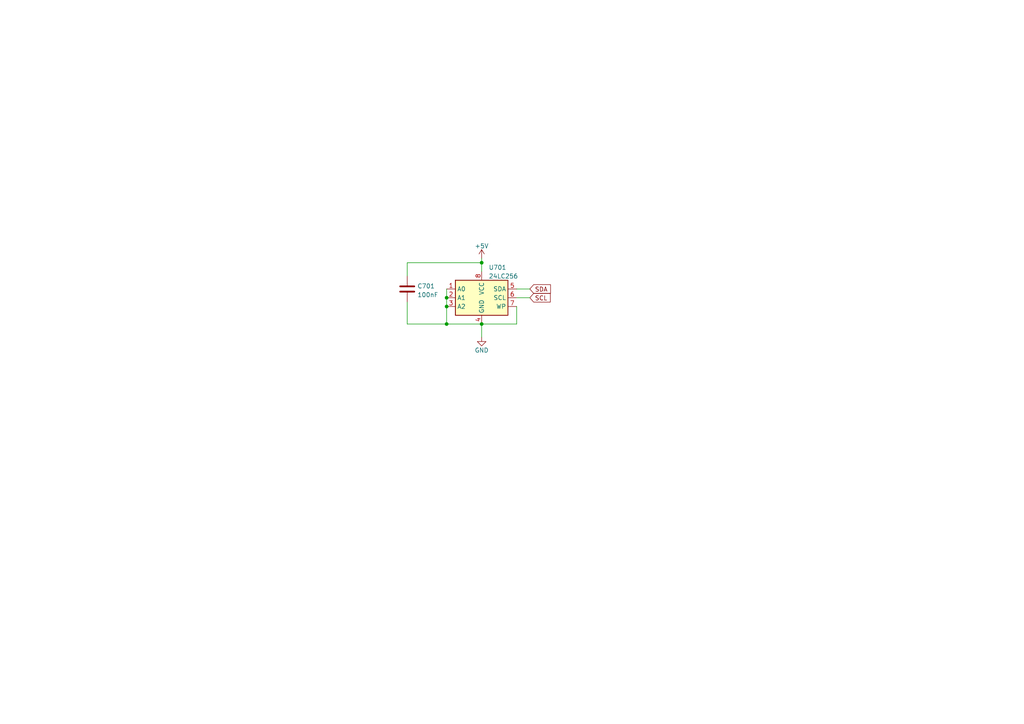
<source format=kicad_sch>
(kicad_sch (version 20211123) (generator eeschema)
  (paper "A4")
  (title_block (title "General Purpose IO module"))
  (lib_symbols
    (symbol "Device:C" (pin_numbers hide) (pin_names (offset 0.254))
      (property "Reference" "C" (at 0.635 2.54 0))
      (property "Value" "C" (at 0.635 -2.54 0))
      (symbol "C_0_1"
        (polyline (pts (xy -2.032 -0.762) (xy 2.032 -0.762)) (stroke (width 0.508)))
        (polyline (pts (xy -2.032 0.762) (xy 2.032 0.762)) (stroke (width 0.508)))
      )
      (symbol "C_1_1"
        (pin passive line (at 0 3.81 270) (length 2.794) (name "~") (number "1"))
        (pin passive line (at 0 -3.81 90) (length 2.794) (name "~") (number "2"))
      )
    )
    (symbol "Memory_EEPROM:24LC256"
      (property "Reference" "U" (at -6.35 6.35 0))
      (property "Value" "24LC256" (at 1.27 6.35 0))
      (symbol "24LC256_1_1"
        (rectangle (start -7.62 5.08) (end 7.62 -5.08) (stroke (width 0.254)) (fill (type background)))
        (pin input line (at -10.16 2.54 0) (length 2.54) (name "A0") (number "1"))
        (pin input line (at -10.16 0 0) (length 2.54) (name "A1") (number "2"))
        (pin input line (at -10.16 -2.54 0) (length 2.54) (name "A2") (number "3"))
        (pin power_in line (at 0 -7.62 90) (length 2.54) (name "GND") (number "4"))
        (pin bidirectional line (at 10.16 2.54 180) (length 2.54) (name "SDA") (number "5"))
        (pin input line (at 10.16 0 180) (length 2.54) (name "SCL") (number "6"))
        (pin input line (at 10.16 -2.54 180) (length 2.54) (name "WP") (number "7"))
        (pin power_in line (at 0 7.62 270) (length 2.54) (name "VCC") (number "8"))
      )
    )
    (symbol "power:+5V" (power) (pin_names (offset 0))
      (property "Value" "+5V" (at 0 3.556 0))
      (symbol "+5V_0_1"
        (polyline (pts (xy -0.762 1.27) (xy 0 2.54)))
        (polyline (pts (xy 0 0) (xy 0 2.54)))
        (polyline (pts (xy 0 2.54) (xy 0.762 1.27)))
      )
      (symbol "+5V_1_1"
        (pin power_in line (at 0 0 90) (length 0) hide (name "+5V") (number "1"))
      )
    )
    (symbol "power:GND" (power) (pin_names (offset 0))
      (property "Value" "GND" (at 0 -3.81 0))
      (symbol "GND_0_1"
        (polyline (pts (xy 0 0) (xy 0 -1.27) (xy 1.27 -1.27) (xy 0 -2.54) (xy -1.27 -1.27) (xy 0 -1.27)))
      )
      (symbol "GND_1_1"
        (pin power_in line (at 0 0 270) (length 0) hide (name "GND") (number "1"))
      )
    )
  )
  (junction (at 139.7 93.98))
  (junction (at 129.54 88.9))
  (junction (at 129.54 93.98))
  (junction (at 129.54 86.36))
  (junction (at 139.7 76.2))
  (wire (pts (xy 149.86 93.98) (xy 149.86 88.9)))
  (wire (pts (xy 139.7 76.2) (xy 139.7 78.74)))
  (wire (pts (xy 149.86 86.36) (xy 153.67 86.36)))
  (wire (pts (xy 129.54 93.98) (xy 139.7 93.98)))
  (wire (pts (xy 118.11 93.98) (xy 118.11 87.63)))
  (wire (pts (xy 149.86 83.82) (xy 153.67 83.82)))
  (wire (pts (xy 139.7 93.98) (xy 139.7 97.79)))
  (wire (pts (xy 139.7 93.98) (xy 149.86 93.98)))
  (wire (pts (xy 118.11 76.2) (xy 139.7 76.2)))
  (wire (pts (xy 129.54 83.82) (xy 129.54 86.36)))
  (wire (pts (xy 129.54 93.98) (xy 118.11 93.98)))
  (wire (pts (xy 118.11 80.01) (xy 118.11 76.2)))
  (wire (pts (xy 129.54 88.9) (xy 129.54 93.98)))
  (wire (pts (xy 129.54 86.36) (xy 129.54 88.9)))
  (wire (pts (xy 139.7 74.93) (xy 139.7 76.2)))
  (global_label "SCL" (shape input) (at 153.67 86.36 0) (property "Intersheet References" "${INTERSHEET_REFS}" (effects hide)))
  (global_label "SDA" (shape input) (at 153.67 83.82 0) (property "Intersheet References" "${INTERSHEET_REFS}" (effects hide)))
  (symbol (lib_id "Device:C") (at 118.11 83.82 0) (unit 1)
    (property "Reference" "C701" (at 121.031 82.9853 0) (effects (justify left)))
    (property "Value" "100nF" (at 121.031 85.5222 0) (effects (justify left)))
    (property "Footprint" "Capacitor_THT:C_Disc_D3.0mm_W1.6mm_P2.50mm" (effects hide))
  )
  (symbol (lib_id "Memory_EEPROM:24LC256") (at 139.7 86.36 0) (unit 1)
    (property "Reference" "U701" (at 141.7194 77.5802 0) (effects (justify left)))
    (property "Value" "24LC256" (at 141.7194 80.1171 0) (effects (justify left)))
    (property "Footprint" "Package_DIP:DIP-8_W7.62mm_Socket" (effects hide))
    (property "Datasheet" "http://ww1.microchip.com/downloads/en/devicedoc/21203m.pdf" (effects hide))
  )
  (symbol (lib_id "power:+5V") (at 139.7 74.93 0) (unit 1)
    (property "Reference" "#PWR0701" (effects hide))
    (property "Value" "+5V" (at 139.7 71.3542 0))
  )
  (symbol (lib_id "power:GND") (at 139.7 97.79 0) (unit 1)
    (property "Reference" "#PWR0702" (effects hide))
    (property "Value" "GND" (at 139.7 101.6 0))
  )
)
</source>
